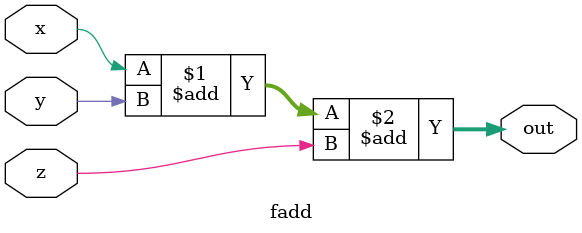
<source format=v>
`timescale 1ns / 1ps


module fadd(x,y,z,out);
    input x,y,z;
    output [1:0]out;
    assign out = x + y + z;
endmodule

</source>
